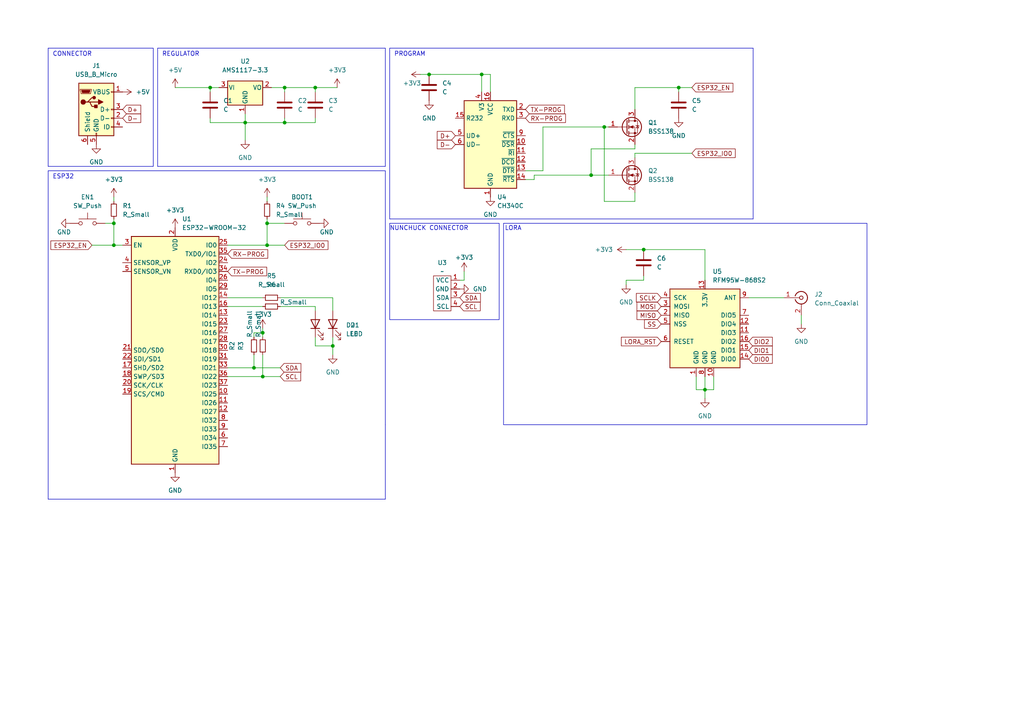
<source format=kicad_sch>
(kicad_sch (version 20231120) (generator "eeschema") (generator_version "8.0")
  (paper "A4")
  (lib_symbols
    (symbol "Connector:Conn_Coaxial" (pin_names (offset 1.016) hide)
      (property "Reference" "J" (at 0.254 3.048 0))
      (property "Value" "Conn_Coaxial" (at 2.921 0 90))
      (symbol "Conn_Coaxial_0_1"
        (arc (start -1.778 -0.508) (mid 0.2311 -1.8066) (end 1.778 0) (stroke (width 0.254)))
        (polyline (pts (xy -2.54 0) (xy -0.508 0)))
        (polyline (pts (xy 0 -2.54) (xy 0 -1.778)))
        (circle (center 0 0) (radius 0.508) (stroke (width 0.2032)))
        (arc (start 1.778 0) (mid 0.2099 1.8101) (end -1.778 0.508) (stroke (width 0.254)))
      )
      (symbol "Conn_Coaxial_1_1"
        (pin passive line (at -5.08 0 0) (length 2.54) (name "In") (number "1"))
        (pin passive line (at 0 -5.08 90) (length 2.54) (name "Ext") (number "2"))
      )
    )
    (symbol "Connector:USB_B_Micro" (pin_names (offset 1.016))
      (property "Reference" "J" (at -5.08 11.43 0))
      (property "Value" "USB_B_Micro" (at -5.08 8.89 0))
      (symbol "USB_B_Micro_0_1"
        (rectangle (start -5.08 -7.62) (end 5.08 7.62) (stroke (width 0.254)) (fill (type background)))
        (circle (center -3.81 2.159) (radius 0.635) (stroke (width 0.254)) (fill (type outline)))
        (circle (center -0.635 3.429) (radius 0.381) (stroke (width 0.254)) (fill (type outline)))
        (rectangle (start -0.127 -7.62) (end 0.127 -6.858))
        (polyline (pts (xy -1.905 2.159) (xy 0.635 2.159)) (stroke (width 0.254)))
        (polyline (pts (xy -3.175 2.159) (xy -2.54 2.159) (xy -1.27 3.429) (xy -0.635 3.429)) (stroke (width 0.254)))
        (polyline (pts (xy -2.54 2.159) (xy -1.905 2.159) (xy -1.27 0.889) (xy 0 0.889)) (stroke (width 0.254)))
        (polyline (pts (xy 0.635 2.794) (xy 0.635 1.524) (xy 1.905 2.159) (xy 0.635 2.794)) (stroke (width 0.254)) (fill (type outline)))
        (polyline (pts (xy -4.318 5.588) (xy -1.778 5.588) (xy -2.032 4.826) (xy -4.064 4.826) (xy -4.318 5.588)) (fill (type outline)))
        (polyline (pts (xy -4.699 5.842) (xy -4.699 5.588) (xy -4.445 4.826) (xy -4.445 4.572) (xy -1.651 4.572) (xy -1.651 4.826) (xy -1.397 5.588) (xy -1.397 5.842) (xy -4.699 5.842)))
        (rectangle (start 0.254 1.27) (end -0.508 0.508) (stroke (width 0.254)) (fill (type outline)))
        (rectangle (start 5.08 -5.207) (end 4.318 -4.953))
        (rectangle (start 5.08 -2.667) (end 4.318 -2.413))
        (rectangle (start 5.08 -0.127) (end 4.318 0.127))
        (rectangle (start 5.08 4.953) (end 4.318 5.207))
      )
      (symbol "USB_B_Micro_1_1"
        (pin power_out line (at 7.62 5.08 180) (length 2.54) (name "VBUS") (number "1"))
        (pin bidirectional line (at 7.62 -2.54 180) (length 2.54) (name "D-") (number "2"))
        (pin bidirectional line (at 7.62 0 180) (length 2.54) (name "D+") (number "3"))
        (pin passive line (at 7.62 -5.08 180) (length 2.54) (name "ID") (number "4"))
        (pin power_out line (at 0 -10.16 90) (length 2.54) (name "GND") (number "5"))
        (pin passive line (at -2.54 -10.16 90) (length 2.54) (name "Shield") (number "6"))
      )
    )
    (symbol "Device:C" (pin_numbers hide) (pin_names (offset 0.254))
      (property "Reference" "C" (at 0.635 2.54 0))
      (property "Value" "C" (at 0.635 -2.54 0))
      (symbol "C_0_1"
        (polyline (pts (xy -2.032 -0.762) (xy 2.032 -0.762)) (stroke (width 0.508)))
        (polyline (pts (xy -2.032 0.762) (xy 2.032 0.762)) (stroke (width 0.508)))
      )
      (symbol "C_1_1"
        (pin passive line (at 0 3.81 270) (length 2.794) (name "~") (number "1"))
        (pin passive line (at 0 -3.81 90) (length 2.794) (name "~") (number "2"))
      )
    )
    (symbol "Device:LED" (pin_numbers hide) (pin_names (offset 1.016) hide)
      (property "Reference" "D" (at 0 2.54 0))
      (property "Value" "LED" (at 0 -2.54 0))
      (symbol "LED_0_1"
        (polyline (pts (xy -1.27 -1.27) (xy -1.27 1.27)) (stroke (width 0.254)))
        (polyline (pts (xy -1.27 0) (xy 1.27 0)))
        (polyline (pts (xy 1.27 -1.27) (xy 1.27 1.27) (xy -1.27 0) (xy 1.27 -1.27)) (stroke (width 0.254)))
        (polyline (pts (xy -3.048 -0.762) (xy -4.572 -2.286) (xy -3.81 -2.286) (xy -4.572 -2.286) (xy -4.572 -1.524)))
        (polyline (pts (xy -1.778 -0.762) (xy -3.302 -2.286) (xy -2.54 -2.286) (xy -3.302 -2.286) (xy -3.302 -1.524)))
      )
      (symbol "LED_1_1"
        (pin passive line (at -3.81 0 0) (length 2.54) (name "K") (number "1"))
        (pin passive line (at 3.81 0 180) (length 2.54) (name "A") (number "2"))
      )
    )
    (symbol "Device:R_Small" (pin_numbers hide) (pin_names (offset 0.254) hide)
      (property "Reference" "R" (at 0.762 0.508 0))
      (property "Value" "R_Small" (at 0.762 -1.016 0))
      (symbol "R_Small_0_1"
        (rectangle (start -0.762 1.778) (end 0.762 -1.778) (stroke (width 0.2032)))
      )
      (symbol "R_Small_1_1"
        (pin passive line (at 0 2.54 270) (length 0.762) (name "~") (number "1"))
        (pin passive line (at 0 -2.54 90) (length 0.762) (name "~") (number "2"))
      )
    )
    (symbol "Interface_USB:CH340C"
      (property "Reference" "U" (at -5.08 13.97 0))
      (property "Value" "CH340C" (at 1.27 13.97 0))
      (symbol "CH340C_0_1"
        (rectangle (start -7.62 12.7) (end 7.62 -12.7) (stroke (width 0.254)) (fill (type background)))
      )
      (symbol "CH340C_1_1"
        (pin power_in line (at 0 -15.24 90) (length 2.54) (name "GND") (number "1"))
        (pin input line (at 10.16 0 180) (length 2.54) (name "~{DSR}") (number "10"))
        (pin input line (at 10.16 -2.54 180) (length 2.54) (name "~{RI}") (number "11"))
        (pin input line (at 10.16 -5.08 180) (length 2.54) (name "~{DCD}") (number "12"))
        (pin output line (at 10.16 -7.62 180) (length 2.54) (name "~{DTR}") (number "13"))
        (pin output line (at 10.16 -10.16 180) (length 2.54) (name "~{RTS}") (number "14"))
        (pin input line (at -10.16 7.62 0) (length 2.54) (name "R232") (number "15"))
        (pin power_in line (at 0 15.24 270) (length 2.54) (name "VCC") (number "16"))
        (pin output line (at 10.16 10.16 180) (length 2.54) (name "TXD") (number "2"))
        (pin input line (at 10.16 7.62 180) (length 2.54) (name "RXD") (number "3"))
        (pin passive line (at -2.54 15.24 270) (length 2.54) (name "V3") (number "4"))
        (pin bidirectional line (at -10.16 2.54 0) (length 2.54) (name "UD+") (number "5"))
        (pin bidirectional line (at -10.16 0 0) (length 2.54) (name "UD-") (number "6"))
        (pin no_connect line (at -7.62 -7.62 0) (length 2.54) hide (name "NC") (number "7"))
        (pin no_connect line (at -7.62 -10.16 0) (length 2.54) hide (name "NC") (number "8"))
        (pin input line (at 10.16 2.54 180) (length 2.54) (name "~{CTS}") (number "9"))
      )
    )
    (symbol "Nunchuck:Nunchuck"
      (property "Reference" "U" (at 0 1.27 0))
      (symbol "Nunchuck_0_1"
        (rectangle (start -2.54 0) (end 2.54 -10.16))
      )
      (symbol "Nunchuck_1_1"
        (pin input line (at 5.08 -1.27 180) (length 2.54) (name "VCC") (number "1"))
        (pin output line (at 5.08 -3.81 180) (length 2.54) (name "GND") (number "2"))
        (pin output line (at 5.08 -6.35 180) (length 2.54) (name "SDA") (number "3"))
        (pin input line (at 5.08 -8.89 180) (length 2.54) (name "SCL") (number "4"))
      )
    )
    (symbol "RF_Module:ESP32-WROOM-32"
      (property "Reference" "U" (at -12.7 34.29 0))
      (property "Value" "ESP32-WROOM-32" (at 1.27 34.29 0))
      (symbol "ESP32-WROOM-32_0_1"
        (rectangle (start -12.7 33.02) (end 12.7 -33.02) (stroke (width 0.254)) (fill (type background)))
      )
      (symbol "ESP32-WROOM-32_1_1"
        (pin power_in line (at 0 -35.56 90) (length 2.54) (name "GND") (number "1"))
        (pin bidirectional line (at 15.24 -12.7 180) (length 2.54) (name "IO25") (number "10"))
        (pin bidirectional line (at 15.24 -15.24 180) (length 2.54) (name "IO26") (number "11"))
        (pin bidirectional line (at 15.24 -17.78 180) (length 2.54) (name "IO27") (number "12"))
        (pin bidirectional line (at 15.24 10.16 180) (length 2.54) (name "IO14") (number "13"))
        (pin bidirectional line (at 15.24 15.24 180) (length 2.54) (name "IO12") (number "14"))
        (pin passive line (at 0 -35.56 90) (length 2.54) hide (name "GND") (number "15"))
        (pin bidirectional line (at 15.24 12.7 180) (length 2.54) (name "IO13") (number "16"))
        (pin bidirectional line (at -15.24 -5.08 0) (length 2.54) (name "SHD/SD2") (number "17"))
        (pin bidirectional line (at -15.24 -7.62 0) (length 2.54) (name "SWP/SD3") (number "18"))
        (pin bidirectional line (at -15.24 -12.7 0) (length 2.54) (name "SCS/CMD") (number "19"))
        (pin power_in line (at 0 35.56 270) (length 2.54) (name "VDD") (number "2"))
        (pin bidirectional line (at -15.24 -10.16 0) (length 2.54) (name "SCK/CLK") (number "20"))
        (pin bidirectional line (at -15.24 0 0) (length 2.54) (name "SDO/SD0") (number "21"))
        (pin bidirectional line (at -15.24 -2.54 0) (length 2.54) (name "SDI/SD1") (number "22"))
        (pin bidirectional line (at 15.24 7.62 180) (length 2.54) (name "IO15") (number "23"))
        (pin bidirectional line (at 15.24 25.4 180) (length 2.54) (name "IO2") (number "24"))
        (pin bidirectional line (at 15.24 30.48 180) (length 2.54) (name "IO0") (number "25"))
        (pin bidirectional line (at 15.24 20.32 180) (length 2.54) (name "IO4") (number "26"))
        (pin bidirectional line (at 15.24 5.08 180) (length 2.54) (name "IO16") (number "27"))
        (pin bidirectional line (at 15.24 2.54 180) (length 2.54) (name "IO17") (number "28"))
        (pin bidirectional line (at 15.24 17.78 180) (length 2.54) (name "IO5") (number "29"))
        (pin input line (at -15.24 30.48 0) (length 2.54) (name "EN") (number "3"))
        (pin bidirectional line (at 15.24 0 180) (length 2.54) (name "IO18") (number "30"))
        (pin bidirectional line (at 15.24 -2.54 180) (length 2.54) (name "IO19") (number "31"))
        (pin no_connect line (at -12.7 -27.94 0) (length 2.54) hide (name "NC") (number "32"))
        (pin bidirectional line (at 15.24 -5.08 180) (length 2.54) (name "IO21") (number "33"))
        (pin bidirectional line (at 15.24 22.86 180) (length 2.54) (name "RXD0/IO3") (number "34"))
        (pin bidirectional line (at 15.24 27.94 180) (length 2.54) (name "TXD0/IO1") (number "35"))
        (pin bidirectional line (at 15.24 -7.62 180) (length 2.54) (name "IO22") (number "36"))
        (pin bidirectional line (at 15.24 -10.16 180) (length 2.54) (name "IO23") (number "37"))
        (pin passive line (at 0 -35.56 90) (length 2.54) hide (name "GND") (number "38"))
        (pin passive line (at 0 -35.56 90) (length 2.54) hide (name "GND") (number "39"))
        (pin input line (at -15.24 25.4 0) (length 2.54) (name "SENSOR_VP") (number "4"))
        (pin input line (at -15.24 22.86 0) (length 2.54) (name "SENSOR_VN") (number "5"))
        (pin input line (at 15.24 -25.4 180) (length 2.54) (name "IO34") (number "6"))
        (pin input line (at 15.24 -27.94 180) (length 2.54) (name "IO35") (number "7"))
        (pin bidirectional line (at 15.24 -20.32 180) (length 2.54) (name "IO32") (number "8"))
        (pin bidirectional line (at 15.24 -22.86 180) (length 2.54) (name "IO33") (number "9"))
      )
    )
    (symbol "RF_Module:RFM95W-868S2" (pin_names (offset 1.016))
      (property "Reference" "U" (at -10.414 11.684 0))
      (property "Value" "RFM95W-868S2" (at 1.524 11.43 0))
      (symbol "RFM95W-868S2_0_1"
        (rectangle (start -10.16 10.16) (end 10.16 -12.7) (stroke (width 0.254)) (fill (type background)))
      )
      (symbol "RFM95W-868S2_1_1"
        (pin power_in line (at -2.54 -15.24 90) (length 2.54) (name "GND") (number "1"))
        (pin power_in line (at 2.54 -15.24 90) (length 2.54) (name "GND") (number "10"))
        (pin bidirectional line (at 12.7 -2.54 180) (length 2.54) (name "DIO3") (number "11"))
        (pin bidirectional line (at 12.7 0 180) (length 2.54) (name "DIO4") (number "12"))
        (pin power_in line (at 0 12.7 270) (length 2.54) (name "3.3V") (number "13"))
        (pin bidirectional line (at 12.7 -10.16 180) (length 2.54) (name "DIO0") (number "14"))
        (pin bidirectional line (at 12.7 -7.62 180) (length 2.54) (name "DIO1") (number "15"))
        (pin bidirectional line (at 12.7 -5.08 180) (length 2.54) (name "DIO2") (number "16"))
        (pin output line (at -12.7 2.54 0) (length 2.54) (name "MISO") (number "2"))
        (pin input line (at -12.7 5.08 0) (length 2.54) (name "MOSI") (number "3"))
        (pin input line (at -12.7 7.62 0) (length 2.54) (name "SCK") (number "4"))
        (pin input line (at -12.7 0 0) (length 2.54) (name "NSS") (number "5"))
        (pin bidirectional line (at -12.7 -5.08 0) (length 2.54) (name "RESET") (number "6"))
        (pin bidirectional line (at 12.7 2.54 180) (length 2.54) (name "DIO5") (number "7"))
        (pin power_in line (at 0 -15.24 90) (length 2.54) (name "GND") (number "8"))
        (pin bidirectional line (at 12.7 7.62 180) (length 2.54) (name "ANT") (number "9"))
      )
    )
    (symbol "Regulator_Linear:AMS1117-3.3" (pin_names (offset 0.254))
      (property "Reference" "U" (at -3.81 3.175 0))
      (property "Value" "AMS1117-3.3" (at 0 3.175 0))
      (symbol "AMS1117-3.3_0_1"
        (rectangle (start -5.08 -5.08) (end 5.08 1.905) (stroke (width 0.254)) (fill (type background)))
      )
      (symbol "AMS1117-3.3_1_1"
        (pin power_in line (at 0 -7.62 90) (length 2.54) (name "GND") (number "1"))
        (pin power_out line (at 7.62 0 180) (length 2.54) (name "VO") (number "2"))
        (pin power_in line (at -7.62 0 0) (length 2.54) (name "VI") (number "3"))
      )
    )
    (symbol "Switch:SW_Push" (pin_numbers hide) (pin_names (offset 1.016) hide)
      (property "Reference" "SW" (at 1.27 2.54 0))
      (property "Value" "SW_Push" (at 0 -1.524 0))
      (symbol "SW_Push_0_1"
        (circle (center -2.032 0) (radius 0.508))
        (polyline (pts (xy 0 1.27) (xy 0 3.048)))
        (polyline (pts (xy 2.54 1.27) (xy -2.54 1.27)))
        (circle (center 2.032 0) (radius 0.508))
        (pin passive line (at -5.08 0 0) (length 2.54) (name "1") (number "1"))
        (pin passive line (at 5.08 0 180) (length 2.54) (name "2") (number "2"))
      )
    )
    (symbol "Transistor_FET:BSS138" (pin_names hide)
      (property "Reference" "Q" (at 5.08 1.905 0))
      (property "Value" "BSS138" (at 5.08 0 0))
      (symbol "BSS138_0_1"
        (polyline (pts (xy 0.254 0) (xy -2.54 0)))
        (polyline (pts (xy 0.254 1.905) (xy 0.254 -1.905)) (stroke (width 0.254)))
        (polyline (pts (xy 0.762 -1.27) (xy 0.762 -2.286)) (stroke (width 0.254)))
        (polyline (pts (xy 0.762 0.508) (xy 0.762 -0.508)) (stroke (width 0.254)))
        (polyline (pts (xy 0.762 2.286) (xy 0.762 1.27)) (stroke (width 0.254)))
        (polyline (pts (xy 2.54 2.54) (xy 2.54 1.778)))
        (polyline (pts (xy 2.54 -2.54) (xy 2.54 0) (xy 0.762 0)))
        (polyline (pts (xy 0.762 -1.778) (xy 3.302 -1.778) (xy 3.302 1.778) (xy 0.762 1.778)))
        (polyline (pts (xy 1.016 0) (xy 2.032 0.381) (xy 2.032 -0.381) (xy 1.016 0)) (fill (type outline)))
        (polyline (pts (xy 2.794 0.508) (xy 2.921 0.381) (xy 3.683 0.381) (xy 3.81 0.254)))
        (polyline (pts (xy 3.302 0.381) (xy 2.921 -0.254) (xy 3.683 -0.254) (xy 3.302 0.381)))
        (circle (center 1.651 0) (radius 2.794) (stroke (width 0.254)))
        (circle (center 2.54 -1.778) (radius 0.254) (fill (type outline)))
        (circle (center 2.54 1.778) (radius 0.254) (fill (type outline)))
      )
      (symbol "BSS138_1_1"
        (pin input line (at -5.08 0 0) (length 2.54) (name "G") (number "1"))
        (pin passive line (at 2.54 -5.08 90) (length 2.54) (name "S") (number "2"))
        (pin passive line (at 2.54 5.08 270) (length 2.54) (name "D") (number "3"))
      )
    )
    (symbol "power:+3V3" (power) (pin_names (offset 0))
      (property "Value" "+3V3" (at 0 3.556 0))
      (symbol "+3V3_0_1"
        (polyline (pts (xy -0.762 1.27) (xy 0 2.54)))
        (polyline (pts (xy 0 0) (xy 0 2.54)))
        (polyline (pts (xy 0 2.54) (xy 0.762 1.27)))
      )
      (symbol "+3V3_1_1"
        (pin power_in line (at 0 0 90) (length 0) hide (name "+3V3") (number "1"))
      )
    )
    (symbol "power:+5V" (power) (pin_names (offset 0))
      (property "Value" "+5V" (at 0 3.556 0))
      (symbol "+5V_0_1"
        (polyline (pts (xy -0.762 1.27) (xy 0 2.54)))
        (polyline (pts (xy 0 0) (xy 0 2.54)))
        (polyline (pts (xy 0 2.54) (xy 0.762 1.27)))
      )
      (symbol "+5V_1_1"
        (pin power_in line (at 0 0 90) (length 0) hide (name "+5V") (number "1"))
      )
    )
    (symbol "power:GND" (power) (pin_names (offset 0))
      (property "Value" "GND" (at 0 -3.81 0))
      (symbol "GND_0_1"
        (polyline (pts (xy 0 0) (xy 0 -1.27) (xy 1.27 -1.27) (xy 0 -2.54) (xy -1.27 -1.27) (xy 0 -1.27)))
      )
      (symbol "GND_1_1"
        (pin power_in line (at 0 0 270) (length 0) hide (name "GND") (number "1"))
      )
    )
  )
  (junction (at 204.47 113.03))
  (junction (at 60.96 25.4))
  (junction (at 71.12 35.56))
  (junction (at 139.7 21.59))
  (junction (at 82.55 35.56))
  (junction (at 73.66 106.68))
  (junction (at 96.52 100.33))
  (junction (at 196.85 25.4))
  (junction (at 171.45 50.8))
  (junction (at 82.55 25.4))
  (junction (at 33.02 71.12))
  (junction (at 76.2 96.52))
  (junction (at 186.69 72.39))
  (junction (at 77.47 71.12))
  (junction (at 33.02 64.77))
  (junction (at 175.26 36.83))
  (junction (at 77.47 64.77))
  (junction (at 91.44 25.4))
  (junction (at 124.46 21.59))
  (junction (at 76.2 109.22))
  (wire (pts (xy 60.96 25.4) (xy 63.5 25.4)))
  (wire (pts (xy 181.61 72.39) (xy 186.69 72.39)))
  (wire (pts (xy 175.26 36.83) (xy 176.53 36.83)))
  (wire (pts (xy 184.15 25.4) (xy 196.85 25.4)))
  (wire (pts (xy 204.47 72.39) (xy 186.69 72.39)))
  (wire (pts (xy 91.44 25.4) (xy 97.79 25.4)))
  (polyline (pts (xy 111.76 123.19) (xy 111.76 144.78)))
  (wire (pts (xy 184.15 44.45) (xy 200.66 44.45)))
  (wire (pts (xy 157.48 36.83) (xy 157.48 49.53)))
  (polyline (pts (xy 45.72 13.97) (xy 111.76 13.97)))
  (polyline (pts (xy 13.97 144.78) (xy 111.76 144.78)))
  (wire (pts (xy 184.15 45.72) (xy 184.15 44.45)))
  (wire (pts (xy 91.44 97.79) (xy 91.44 100.33)))
  (wire (pts (xy 142.24 26.67) (xy 142.24 21.59)))
  (wire (pts (xy 77.47 63.5) (xy 77.47 64.77)))
  (polyline (pts (xy 111.76 49.53) (xy 13.97 49.53)))
  (wire (pts (xy 184.15 31.75) (xy 184.15 25.4)))
  (wire (pts (xy 207.01 109.22) (xy 207.01 113.03)))
  (polyline (pts (xy 45.72 48.26) (xy 45.72 13.97)))
  (wire (pts (xy 186.69 80.01) (xy 186.69 81.28)))
  (polyline (pts (xy 111.76 123.19) (xy 111.76 49.53)))
  (wire (pts (xy 175.26 58.42) (xy 175.26 36.83)))
  (wire (pts (xy 142.24 21.59) (xy 139.7 21.59)))
  (wire (pts (xy 82.55 35.56) (xy 71.12 35.56)))
  (wire (pts (xy 66.04 88.9) (xy 76.2 88.9)))
  (polyline (pts (xy 218.44 63.5) (xy 218.44 13.97)))
  (wire (pts (xy 121.92 21.59) (xy 124.46 21.59)))
  (wire (pts (xy 76.2 95.25) (xy 76.2 96.52)))
  (wire (pts (xy 33.02 57.15) (xy 33.02 58.42)))
  (wire (pts (xy 91.44 34.29) (xy 91.44 35.56)))
  (polyline (pts (xy 13.97 13.97) (xy 13.97 48.26)))
  (wire (pts (xy 232.41 91.44) (xy 232.41 93.98)))
  (wire (pts (xy 196.85 25.4) (xy 200.66 25.4)))
  (wire (pts (xy 184.15 58.42) (xy 175.26 58.42)))
  (wire (pts (xy 73.66 106.68) (xy 66.04 106.68)))
  (wire (pts (xy 124.46 21.59) (xy 139.7 21.59)))
  (wire (pts (xy 133.35 81.28) (xy 134.62 81.28)))
  (wire (pts (xy 33.02 71.12) (xy 35.56 71.12)))
  (wire (pts (xy 82.55 25.4) (xy 91.44 25.4)))
  (polyline (pts (xy 111.76 13.97) (xy 111.76 48.26)))
  (wire (pts (xy 96.52 86.36) (xy 96.52 90.17)))
  (wire (pts (xy 77.47 64.77) (xy 82.55 64.77)))
  (wire (pts (xy 81.28 86.36) (xy 96.52 86.36)))
  (wire (pts (xy 184.15 41.91) (xy 184.15 43.18)))
  (polyline (pts (xy 44.45 48.26) (xy 44.45 13.97)))
  (wire (pts (xy 91.44 88.9) (xy 91.44 90.17)))
  (wire (pts (xy 81.28 88.9) (xy 91.44 88.9)))
  (wire (pts (xy 81.28 106.68) (xy 73.66 106.68)))
  (wire (pts (xy 96.52 100.33) (xy 96.52 102.87)))
  (wire (pts (xy 82.55 26.67) (xy 82.55 25.4)))
  (polyline (pts (xy 13.97 48.26) (xy 44.45 48.26)))
  (wire (pts (xy 186.69 81.28) (xy 181.61 81.28)))
  (wire (pts (xy 71.12 33.02) (xy 71.12 35.56)))
  (wire (pts (xy 26.67 71.12) (xy 33.02 71.12)))
  (wire (pts (xy 73.66 97.79) (xy 73.66 96.52)))
  (wire (pts (xy 152.4 49.53) (xy 157.48 49.53)))
  (wire (pts (xy 73.66 96.52) (xy 76.2 96.52)))
  (polyline (pts (xy 111.76 48.26) (xy 45.72 48.26)))
  (wire (pts (xy 82.55 71.12) (xy 77.47 71.12)))
  (wire (pts (xy 154.94 50.8) (xy 171.45 50.8)))
  (wire (pts (xy 139.7 26.67) (xy 139.7 21.59)))
  (wire (pts (xy 60.96 34.29) (xy 60.96 35.56)))
  (polyline (pts (xy 218.44 13.97) (xy 113.03 13.97)))
  (wire (pts (xy 50.8 25.4) (xy 60.96 25.4)))
  (polyline (pts (xy 113.03 13.97) (xy 113.03 63.5)))
  (wire (pts (xy 76.2 109.22) (xy 66.04 109.22)))
  (wire (pts (xy 154.94 52.07) (xy 154.94 50.8)))
  (wire (pts (xy 196.85 25.4) (xy 196.85 26.67)))
  (wire (pts (xy 204.47 109.22) (xy 204.47 113.03)))
  (polyline (pts (xy 113.03 63.5) (xy 218.44 63.5)))
  (wire (pts (xy 81.28 109.22) (xy 76.2 109.22)))
  (wire (pts (xy 77.47 71.12) (xy 77.47 64.77)))
  (wire (pts (xy 181.61 81.28) (xy 181.61 82.55)))
  (wire (pts (xy 171.45 43.18) (xy 171.45 50.8)))
  (wire (pts (xy 82.55 34.29) (xy 82.55 35.56)))
  (polyline (pts (xy 44.45 13.97) (xy 13.97 13.97)))
  (wire (pts (xy 91.44 35.56) (xy 82.55 35.56)))
  (wire (pts (xy 60.96 25.4) (xy 60.96 26.67)))
  (wire (pts (xy 152.4 52.07) (xy 154.94 52.07)))
  (wire (pts (xy 157.48 36.83) (xy 175.26 36.83)))
  (wire (pts (xy 204.47 81.28) (xy 204.47 72.39)))
  (wire (pts (xy 204.47 113.03) (xy 204.47 115.57)))
  (wire (pts (xy 201.93 109.22) (xy 201.93 113.03)))
  (wire (pts (xy 176.53 50.8) (xy 171.45 50.8)))
  (wire (pts (xy 77.47 57.15) (xy 77.47 58.42)))
  (wire (pts (xy 184.15 55.88) (xy 184.15 58.42)))
  (wire (pts (xy 33.02 64.77) (xy 30.48 64.77)))
  (wire (pts (xy 33.02 63.5) (xy 33.02 64.77)))
  (wire (pts (xy 217.17 86.36) (xy 227.33 86.36)))
  (wire (pts (xy 76.2 102.87) (xy 76.2 109.22)))
  (wire (pts (xy 66.04 86.36) (xy 76.2 86.36)))
  (wire (pts (xy 33.02 71.12) (xy 33.02 64.77)))
  (wire (pts (xy 184.15 43.18) (xy 171.45 43.18)))
  (polyline (pts (xy 13.97 49.53) (xy 13.97 144.78)))
  (wire (pts (xy 60.96 35.56) (xy 71.12 35.56)))
  (wire (pts (xy 91.44 26.67) (xy 91.44 25.4)))
  (wire (pts (xy 96.52 97.79) (xy 96.52 100.33)))
  (wire (pts (xy 91.44 100.33) (xy 96.52 100.33)))
  (wire (pts (xy 71.12 35.56) (xy 71.12 40.64)))
  (wire (pts (xy 204.47 113.03) (xy 201.93 113.03)))
  (wire (pts (xy 78.74 25.4) (xy 82.55 25.4)))
  (wire (pts (xy 134.62 81.28) (xy 134.62 78.74)))
  (wire (pts (xy 207.01 113.03) (xy 204.47 113.03)))
  (wire (pts (xy 77.47 71.12) (xy 66.04 71.12)))
  (wire (pts (xy 76.2 96.52) (xy 76.2 97.79)))
  (wire (pts (xy 73.66 102.87) (xy 73.66 106.68)))
  (rectangle (start 146.05 64.77) (end 251.46 123.19))
  (rectangle (start 113.03 64.77) (end 144.78 92.71))
  (text "CONNECTOR" (at 15.24 16.51 0) (effects (font (size 1.27 1.27)) (justify left bottom)))
  (text "ESP32\n" (at 15.24 52.07 0) (effects (font (size 1.27 1.27)) (justify left bottom)))
  (text "PROGRAM" (at 114.3 16.51 0) (effects (font (size 1.27 1.27)) (justify left bottom)))
  (text "LORA" (at 148.844 66.294 0) (effects (font (size 1.27 1.27))))
  (text "REGULATOR" (at 46.99 16.51 0) (effects (font (size 1.27 1.27)) (justify left bottom)))
  (text "NUNCHUCK CONNECTOR" (at 124.46 66.294 0) (effects (font (size 1.27 1.27))))
  (global_label "D-" (shape input) (at 35.56 34.29 0) (property "Intersheetrefs" "${INTERSHEET_REFS}" (effects (hide yes))))
  (global_label "DIO0" (shape input) (at 217.17 104.14 0) (property "Intersheetrefs" "${INTERSHEET_REFS}" (effects (hide yes))))
  (global_label "ESP32_EN" (shape input) (at 26.67 71.12 180) (property "Intersheetrefs" "${INTERSHEET_REFS}" (effects (hide yes))))
  (global_label "MOSI" (shape input) (at 191.77 88.9 180) (property "Intersheetrefs" "${INTERSHEET_REFS}" (effects (hide yes))))
  (global_label "SCL" (shape input) (at 81.28 109.22 0) (property "Intersheetrefs" "${INTERSHEET_REFS}" (effects (hide yes))))
  (global_label "SCL" (shape input) (at 133.35 88.9 0) (property "Intersheetrefs" "${INTERSHEET_REFS}" (effects (hide yes))))
  (global_label "SDA" (shape input) (at 81.28 106.68 0) (property "Intersheetrefs" "${INTERSHEET_REFS}" (effects (hide yes))))
  (global_label "RX-PROG" (shape input) (at 66.04 73.66 0) (property "Intersheetrefs" "${INTERSHEET_REFS}" (effects (hide yes))))
  (global_label "ESP32_IO0" (shape input) (at 200.66 44.45 0) (property "Intersheetrefs" "${INTERSHEET_REFS}" (effects (hide yes))))
  (global_label "D-" (shape input) (at 132.08 41.91 180) (property "Intersheetrefs" "${INTERSHEET_REFS}" (effects (hide yes))))
  (global_label "SCLK" (shape input) (at 191.77 86.36 180) (property "Intersheetrefs" "${INTERSHEET_REFS}" (effects (hide yes))))
  (global_label "SDA" (shape input) (at 133.35 86.36 0) (property "Intersheetrefs" "${INTERSHEET_REFS}" (effects (hide yes))))
  (global_label "SS" (shape input) (at 191.77 93.98 180) (property "Intersheetrefs" "${INTERSHEET_REFS}" (effects (hide yes))))
  (global_label "DIO1" (shape input) (at 217.17 101.6 0) (property "Intersheetrefs" "${INTERSHEET_REFS}" (effects (hide yes))))
  (global_label "TX-PROG" (shape input) (at 152.4 31.75 0) (property "Intersheetrefs" "${INTERSHEET_REFS}" (effects (hide yes))))
  (global_label "D+" (shape input) (at 132.08 39.37 180) (property "Intersheetrefs" "${INTERSHEET_REFS}" (effects (hide yes))))
  (global_label "TX-PROG" (shape input) (at 66.04 78.74 0) (property "Intersheetrefs" "${INTERSHEET_REFS}" (effects (hide yes))))
  (global_label "LORA_RST" (shape input) (at 191.77 99.06 180) (property "Intersheetrefs" "${INTERSHEET_REFS}" (effects (hide yes))))
  (global_label "DIO2" (shape input) (at 217.17 99.06 0) (property "Intersheetrefs" "${INTERSHEET_REFS}" (effects (hide yes))))
  (global_label "D+" (shape input) (at 35.56 31.75 0) (property "Intersheetrefs" "${INTERSHEET_REFS}" (effects (hide yes))))
  (global_label "ESP32_IO0" (shape input) (at 82.55 71.12 0) (property "Intersheetrefs" "${INTERSHEET_REFS}" (effects (hide yes))))
  (global_label "MISO" (shape input) (at 191.77 91.44 180) (property "Intersheetrefs" "${INTERSHEET_REFS}" (effects (hide yes))))
  (global_label "ESP32_EN" (shape input) (at 200.66 25.4 0) (property "Intersheetrefs" "${INTERSHEET_REFS}" (effects (hide yes))))
  (global_label "RX-PROG" (shape input) (at 152.4 34.29 0) (property "Intersheetrefs" "${INTERSHEET_REFS}" (effects (hide yes))))
  (symbol (lib_id "power:GND") (at 142.24 57.15 0) (unit 1)
    (property "Reference" "#PWR018" (effects (hide yes)))
    (property "Value" "GND" (at 142.24 62.23 0))
  )
  (symbol (lib_id "power:+3V3") (at 121.92 21.59 90) (unit 1)
    (property "Reference" "#PWR014" (effects (hide yes)))
    (property "Value" "+3V3" (at 116.84 24.13 90) (effects (justify right)))
  )
  (symbol (lib_id "Device:C") (at 82.55 30.48 0) (unit 1)
    (property "Reference" "C2" (at 86.36 29.2099 0) (effects (justify left)))
    (property "Value" "C" (at 86.36 31.7499 0) (effects (justify left)))
    (property "Footprint" "Capacitor_SMD:C_0603_1608Metric" (effects (hide yes)))
  )
  (symbol (lib_id "Device:C") (at 60.96 30.48 0) (unit 1)
    (property "Reference" "C1" (at 64.77 29.2099 0) (effects (justify left)))
    (property "Value" "C" (at 64.77 31.7499 0) (effects (justify left)))
    (property "Footprint" "Capacitor_SMD:C_0603_1608Metric" (effects (hide yes)))
  )
  (symbol (lib_id "Regulator_Linear:AMS1117-3.3") (at 71.12 25.4 0) (unit 1)
    (property "Reference" "U2" (at 71.12 17.78 0))
    (property "Value" "AMS1117-3.3" (at 71.12 20.32 0))
    (property "Footprint" "Package_TO_SOT_SMD:SOT-223-3_TabPin2" (effects (hide yes)))
    (property "Datasheet" "http://www.advanced-monolithic.com/pdf/ds1117.pdf" (effects (hide yes)))
  )
  (symbol (lib_id "power:GND") (at 92.71 64.77 90) (unit 1)
    (property "Reference" "#PWR011" (effects (hide yes)))
    (property "Value" "GND" (at 92.71 67.31 90) (effects (justify right)))
  )
  (symbol (lib_id "RF_Module:ESP32-WROOM-32") (at 50.8 101.6 0) (unit 1)
    (property "Reference" "U1" (at 52.8194 63.5 0) (effects (justify left)))
    (property "Value" "ESP32-WROOM-32" (at 52.8194 66.04 0) (effects (justify left)))
    (property "Footprint" "RF_Module:ESP32-WROOM-32" (effects (hide yes)))
    (property "Datasheet" "https://www.espressif.com/sites/default/files/documentation/esp32-wroom-32_datasheet_en.pdf" (effects (hide yes)))
  )
  (symbol (lib_id "power:GND") (at 232.41 93.98 0) (unit 1)
    (property "Reference" "#PWR023" (effects (hide yes)))
    (property "Value" "GND" (at 232.41 99.06 0))
  )
  (symbol (lib_id "Device:LED") (at 96.52 93.98 90) (unit 1)
    (property "Reference" "D2" (at 100.33 94.2974 90) (effects (justify right)))
    (property "Value" "LED" (at 100.33 96.8374 90) (effects (justify right)))
    (property "Footprint" "LED_SMD:LED_0603_1608Metric" (effects (hide yes)))
  )
  (symbol (lib_id "power:GND") (at 20.32 64.77 270) (unit 1)
    (property "Reference" "#PWR01" (effects (hide yes)))
    (property "Value" "GND" (at 16.51 67.31 90) (effects (justify left)))
  )
  (symbol (lib_id "Device:R_Small") (at 78.74 88.9 90) (unit 1)
    (property "Reference" "R6" (at 78.74 82.55 90))
    (property "Value" "R_Small" (at 85.09 87.63 90))
    (property "Footprint" "Resistor_SMD:R_0603_1608Metric" (effects (hide yes)))
  )
  (symbol (lib_id "Transistor_FET:BSS138") (at 181.61 36.83 0) (unit 1)
    (property "Reference" "Q1" (at 187.96 35.5599 0) (effects (justify left)))
    (property "Value" "BSS138" (at 187.96 38.0999 0) (effects (justify left)))
    (property "Footprint" "Package_TO_SOT_SMD:SOT-23" (effects (hide yes)))
    (property "Datasheet" "https://www.onsemi.com/pub/Collateral/BSS138-D.PDF" (effects (hide yes)))
  )
  (symbol (lib_id "power:GND") (at 50.8 137.16 0) (unit 1)
    (property "Reference" "#PWR07" (effects (hide yes)))
    (property "Value" "GND" (at 50.8 142.24 0))
  )
  (symbol (lib_id "Switch:SW_Push") (at 25.4 64.77 0) (unit 1)
    (property "Reference" "EN1" (at 25.4 57.15 0))
    (property "Value" "SW_Push" (at 25.4 59.69 0))
    (property "Footprint" "Button_Switch_SMD:SW_SPST_FSMSM" (effects (hide yes)))
  )
  (symbol (lib_id "Device:C") (at 196.85 30.48 0) (unit 1)
    (property "Reference" "C5" (at 200.66 29.2099 0) (effects (justify left)))
    (property "Value" "C" (at 200.66 31.7499 0) (effects (justify left)))
    (property "Footprint" "Capacitor_SMD:C_0603_1608Metric" (effects (hide yes)))
  )
  (symbol (lib_id "Switch:SW_Push") (at 87.63 64.77 0) (unit 1)
    (property "Reference" "BOOT1" (at 87.63 57.15 0))
    (property "Value" "SW_Push" (at 87.63 59.69 0))
    (property "Footprint" "Button_Switch_SMD:SW_SPST_FSMSM" (effects (hide yes)))
  )
  (symbol (lib_id "Interface_USB:CH340C") (at 142.24 41.91 0) (unit 1)
    (property "Reference" "U4" (at 144.1959 57.15 0) (effects (justify left)))
    (property "Value" "CH340C" (at 144.1959 59.69 0) (effects (justify left)))
    (property "Footprint" "Package_SO:SOIC-16_3.9x9.9mm_P1.27mm" (effects (hide yes)))
    (property "Datasheet" "https://datasheet.lcsc.com/szlcsc/Jiangsu-Qin-Heng-CH340C_C84681.pdf" (effects (hide yes)))
  )
  (symbol (lib_id "power:GND") (at 196.85 34.29 0) (unit 1)
    (property "Reference" "#PWR019" (effects (hide yes)))
    (property "Value" "GND" (at 196.85 39.37 0))
  )
  (symbol (lib_id "power:+3V3") (at 76.2 95.25 0) (unit 1)
    (property "Reference" "#PWR09" (effects (hide yes)))
    (property "Value" "+3V3" (at 76.2 91.186 0))
  )
  (symbol (lib_id "Device:R_Small") (at 77.47 60.96 0) (unit 1)
    (property "Reference" "R4" (at 80.01 59.6899 0) (effects (justify left)))
    (property "Value" "R_Small" (at 80.01 62.2299 0) (effects (justify left)))
    (property "Footprint" "Resistor_SMD:R_0603_1608Metric" (effects (hide yes)))
  )
  (symbol (lib_id "Device:R_Small") (at 78.74 86.36 90) (unit 1)
    (property "Reference" "R5" (at 78.74 80.01 90))
    (property "Value" "R_Small" (at 78.74 82.55 90))
    (property "Footprint" "Resistor_SMD:R_0603_1608Metric" (effects (hide yes)))
  )
  (symbol (lib_id "Device:R_Small") (at 73.66 100.33 180) (unit 1)
    (property "Reference" "R2" (at 67.31 100.33 90))
    (property "Value" "R_Small" (at 72.39 93.98 90))
    (property "Footprint" "Resistor_SMD:R_0603_1608Metric" (effects (hide yes)))
  )
  (symbol (lib_id "Device:C") (at 186.69 76.2 0) (unit 1)
    (property "Reference" "C6" (at 190.5 74.9299 0) (effects (justify left)))
    (property "Value" "C" (at 190.5 77.4699 0) (effects (justify left)))
    (property "Footprint" "Capacitor_SMD:C_0603_1608Metric" (effects (hide yes)))
  )
  (symbol (lib_id "power:+3V3") (at 181.61 72.39 90) (unit 1)
    (property "Reference" "#PWR020" (effects (hide yes)))
    (property "Value" "+3V3" (at 177.8 72.3899 90) (effects (justify left)))
  )
  (symbol (lib_id "power:GND") (at 133.35 83.82 90) (unit 1)
    (property "Reference" "#PWR016" (effects (hide yes)))
    (property "Value" "GND" (at 137.16 83.8199 90) (effects (justify right)))
  )
  (symbol (lib_id "power:+3V3") (at 134.62 78.74 0) (unit 1)
    (property "Reference" "#PWR017" (effects (hide yes)))
    (property "Value" "+3V3" (at 134.62 74.676 0))
  )
  (symbol (lib_id "Device:R_Small") (at 76.2 100.33 180) (unit 1)
    (property "Reference" "R3" (at 69.85 100.33 90))
    (property "Value" "R_Small" (at 74.93 93.98 90))
    (property "Footprint" "Resistor_SMD:R_0603_1608Metric" (effects (hide yes)))
  )
  (symbol (lib_id "power:+3V3") (at 77.47 57.15 0) (unit 1)
    (property "Reference" "#PWR010" (effects (hide yes)))
    (property "Value" "+3V3" (at 77.47 52.07 0))
  )
  (symbol (lib_id "power:GND") (at 124.46 29.21 0) (unit 1)
    (property "Reference" "#PWR015" (effects (hide yes)))
    (property "Value" "GND" (at 124.46 34.29 0))
  )
  (symbol (lib_id "Transistor_FET:BSS138") (at 181.61 50.8 0) (unit 1)
    (property "Reference" "Q2" (at 187.96 49.5299 0) (effects (justify left)))
    (property "Value" "BSS138" (at 187.96 52.0699 0) (effects (justify left)))
    (property "Footprint" "Package_TO_SOT_SMD:SOT-23" (effects (hide yes)))
    (property "Datasheet" "https://www.onsemi.com/pub/Collateral/BSS138-D.PDF" (effects (hide yes)))
  )
  (symbol (lib_id "power:GND") (at 204.47 115.57 0) (unit 1)
    (property "Reference" "#PWR022" (effects (hide yes)))
    (property "Value" "GND" (at 204.47 120.65 0))
  )
  (symbol (lib_id "RF_Module:RFM95W-868S2") (at 204.47 93.98 0) (unit 1)
    (property "Reference" "U5" (at 206.6641 78.74 0) (effects (justify left)))
    (property "Value" "RFM95W-868S2" (at 206.6641 81.28 0) (effects (justify left)))
    (property "Footprint" "RF_Module:HOPERF_RFM9XW_SMD" (effects (hide yes)))
    (property "Datasheet" "https://www.hoperf.com/data/upload/portal/20181127/5bfcbea20e9ef.pdf" (effects (hide yes)))
    (property "Description" "Low power long range transceiver module, SPI and parallel interface, 868 MHz, spreading factor 6 to12, bandwidth 7.8 to 500kHz, -111 to -148 dBm, SMD-16, DIP-16" (effects (hide yes)))
  )
  (symbol (lib_id "power:+3V3") (at 97.79 25.4 0) (unit 1)
    (property "Reference" "#PWR013" (effects (hide yes)))
    (property "Value" "+3V3" (at 97.79 20.32 0))
  )
  (symbol (lib_id "Device:C") (at 124.46 25.4 0) (unit 1)
    (property "Reference" "C4" (at 128.27 24.1299 0) (effects (justify left)))
    (property "Value" "C" (at 128.27 26.6699 0) (effects (justify left)))
    (property "Footprint" "Capacitor_SMD:C_0603_1608Metric" (effects (hide yes)))
  )
  (symbol (lib_id "power:GND") (at 71.12 40.64 0) (unit 1)
    (property "Reference" "#PWR08" (effects (hide yes)))
    (property "Value" "GND" (at 71.12 45.72 0))
  )
  (symbol (lib_id "Connector:USB_B_Micro") (at 27.94 31.75 0) (unit 1)
    (property "Reference" "J1" (at 27.94 19.05 0))
    (property "Value" "USB_B_Micro" (at 27.94 21.59 0))
    (property "Footprint" "Connector_USB:USB_Micro-B_Amphenol_10118194_Horizontal" (effects (hide yes)))
    (property "Description" "USB Micro Type B connector" (effects (hide yes)))
  )
  (symbol (lib_id "power:+3V3") (at 50.8 66.04 0) (unit 1)
    (property "Reference" "#PWR06" (effects (hide yes)))
    (property "Value" "+3V3" (at 50.8 60.96 0))
  )
  (symbol (lib_id "power:+5V") (at 35.56 26.67 270) (unit 1)
    (property "Reference" "#PWR04" (effects (hide yes)))
    (property "Value" "+5V" (at 39.37 26.6699 90) (effects (justify left)))
  )
  (symbol (lib_id "power:GND") (at 181.61 82.55 0) (unit 1)
    (property "Reference" "#PWR021" (effects (hide yes)))
    (property "Value" "GND" (at 181.61 87.63 0))
  )
  (symbol (lib_id "Device:C") (at 91.44 30.48 0) (unit 1)
    (property "Reference" "C3" (at 95.25 29.2099 0) (effects (justify left)))
    (property "Value" "C" (at 95.25 31.7499 0) (effects (justify left)))
    (property "Footprint" "Capacitor_SMD:C_0603_1608Metric" (effects (hide yes)))
  )
  (symbol (lib_id "power:GND") (at 96.52 102.87 0) (unit 1)
    (property "Reference" "#PWR012" (effects (hide yes)))
    (property "Value" "GND" (at 96.52 107.95 0))
  )
  (symbol (lib_id "power:+5V") (at 50.8 25.4 0) (unit 1)
    (property "Reference" "#PWR05" (effects (hide yes)))
    (property "Value" "+5V" (at 50.8 20.32 0))
  )
  (symbol (lib_id "Nunchuck:Nunchuck") (at 128.27 80.01 0) (unit 1)
    (property "Reference" "U3" (at 128.27 76.2 0))
    (property "Value" "~" (at 128.27 78.74 0))
    (property "Footprint" "wii:nunchuck" (effects (hide yes)))
  )
  (symbol (lib_id "power:GND") (at 27.94 41.91 0) (unit 1)
    (property "Reference" "#PWR02" (effects (hide yes)))
    (property "Value" "GND" (at 27.94 46.99 0))
  )
  (symbol (lib_id "power:+3V3") (at 33.02 57.15 0) (unit 1)
    (property "Reference" "#PWR03" (effects (hide yes)))
    (property "Value" "+3V3" (at 33.02 52.07 0))
  )
  (symbol (lib_id "Device:LED") (at 91.44 93.98 90) (unit 1)
    (property "Reference" "D1" (at 101.6 94.2974 90) (effects (justify right)))
    (property "Value" "LED" (at 101.6 96.8374 90) (effects (justify right)))
    (property "Footprint" "LED_SMD:LED_0603_1608Metric" (effects (hide yes)))
  )
  (symbol (lib_id "Device:R_Small") (at 33.02 60.96 0) (unit 1)
    (property "Reference" "R1" (at 35.56 59.6899 0) (effects (justify left)))
    (property "Value" "R_Small" (at 35.56 62.2299 0) (effects (justify left)))
    (property "Footprint" "Resistor_SMD:R_0603_1608Metric" (effects (hide yes)))
  )
  (symbol (lib_id "Connector:Conn_Coaxial") (at 232.41 86.36 0) (unit 1)
    (property "Reference" "J2" (at 236.22 85.3831 0) (effects (justify left)))
    (property "Value" "Conn_Coaxial" (at 236.22 87.9231 0) (effects (justify left)))
    (property "Footprint" "Connector_Coaxial:SMA_Samtec_SMA-J-P-H-ST-EM1_EdgeMount" (effects (hide yes)))
    (property "Description" "coaxial connector (BNC, SMA, SMB, SMC, Cinch/RCA, LEMO, ...)" (effects (hide yes)))
  )
)
</source>
